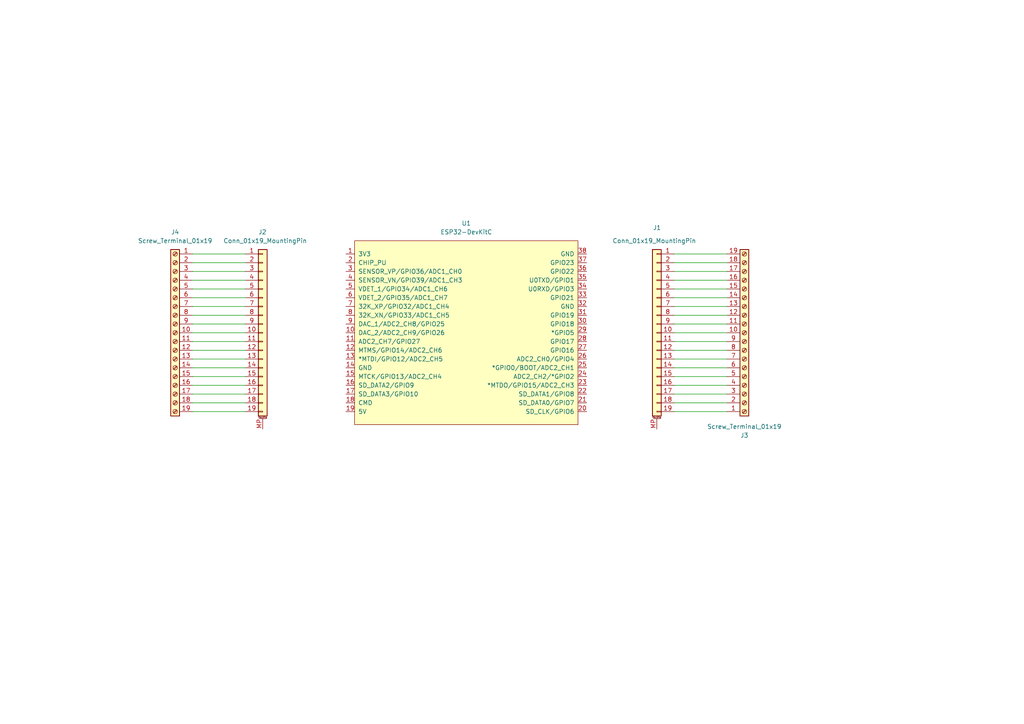
<source format=kicad_sch>
(kicad_sch (version 20211123) (generator eeschema)
  (paper "A4")
  (title_block (title "ESP screw terminal") (date "2022-05-05") (rev "-"))
  (lib_symbols
    (symbol "Connector:Screw_Terminal_01x19" (pin_names (offset 1.016) hide)
      (property "Reference" "J" (at 0 25.4 0))
      (property "Value" "Screw_Terminal_01x19" (at 0 -25.4 0))
      (symbol "Screw_Terminal_01x19_1_1"
        (rectangle (start -1.27 24.13) (end 1.27 -24.13) (stroke (width 0.254)) (fill (type background)))
        (circle (center 0 -22.86) (radius 0.635) (stroke (width 0.1524)))
        (circle (center 0 -20.32) (radius 0.635) (stroke (width 0.1524)))
        (circle (center 0 -17.78) (radius 0.635) (stroke (width 0.1524)))
        (circle (center 0 -15.24) (radius 0.635) (stroke (width 0.1524)))
        (circle (center 0 -12.7) (radius 0.635) (stroke (width 0.1524)))
        (circle (center 0 -10.16) (radius 0.635) (stroke (width 0.1524)))
        (circle (center 0 -7.62) (radius 0.635) (stroke (width 0.1524)))
        (circle (center 0 -5.08) (radius 0.635) (stroke (width 0.1524)))
        (circle (center 0 -2.54) (radius 0.635) (stroke (width 0.1524)))
        (polyline (pts (xy -0.5334 -22.5298) (xy 0.3302 -23.368)) (stroke (width 0.1524)))
        (polyline (pts (xy -0.5334 -19.9898) (xy 0.3302 -20.828)) (stroke (width 0.1524)))
        (polyline (pts (xy -0.5334 -17.4498) (xy 0.3302 -18.288)) (stroke (width 0.1524)))
        (polyline (pts (xy -0.5334 -14.9098) (xy 0.3302 -15.748)) (stroke (width 0.1524)))
        (polyline (pts (xy -0.5334 -12.3698) (xy 0.3302 -13.208)) (stroke (width 0.1524)))
        (polyline (pts (xy -0.5334 -9.8298) (xy 0.3302 -10.668)) (stroke (width 0.1524)))
        (polyline (pts (xy -0.5334 -7.2898) (xy 0.3302 -8.128)) (stroke (width 0.1524)))
        (polyline (pts (xy -0.5334 -4.7498) (xy 0.3302 -5.588)) (stroke (width 0.1524)))
        (polyline (pts (xy -0.5334 -2.2098) (xy 0.3302 -3.048)) (stroke (width 0.1524)))
        (polyline (pts (xy -0.5334 0.3302) (xy 0.3302 -0.508)) (stroke (width 0.1524)))
        (polyline (pts (xy -0.5334 2.8702) (xy 0.3302 2.032)) (stroke (width 0.1524)))
        (polyline (pts (xy -0.5334 5.4102) (xy 0.3302 4.572)) (stroke (width 0.1524)))
        (polyline (pts (xy -0.5334 7.9502) (xy 0.3302 7.112)) (stroke (width 0.1524)))
        (polyline (pts (xy -0.5334 10.4902) (xy 0.3302 9.652)) (stroke (width 0.1524)))
        (polyline (pts (xy -0.5334 13.0302) (xy 0.3302 12.192)) (stroke (width 0.1524)))
        (polyline (pts (xy -0.5334 15.5702) (xy 0.3302 14.732)) (stroke (width 0.1524)))
        (polyline (pts (xy -0.5334 18.1102) (xy 0.3302 17.272)) (stroke (width 0.1524)))
        (polyline (pts (xy -0.5334 20.6502) (xy 0.3302 19.812)) (stroke (width 0.1524)))
        (polyline (pts (xy -0.5334 23.1902) (xy 0.3302 22.352)) (stroke (width 0.1524)))
        (polyline (pts (xy -0.3556 -22.352) (xy 0.508 -23.1902)) (stroke (width 0.1524)))
        (polyline (pts (xy -0.3556 -19.812) (xy 0.508 -20.6502)) (stroke (width 0.1524)))
        (polyline (pts (xy -0.3556 -17.272) (xy 0.508 -18.1102)) (stroke (width 0.1524)))
        (polyline (pts (xy -0.3556 -14.732) (xy 0.508 -15.5702)) (stroke (width 0.1524)))
        (polyline (pts (xy -0.3556 -12.192) (xy 0.508 -13.0302)) (stroke (width 0.1524)))
        (polyline (pts (xy -0.3556 -9.652) (xy 0.508 -10.4902)) (stroke (width 0.1524)))
        (polyline (pts (xy -0.3556 -7.112) (xy 0.508 -7.9502)) (stroke (width 0.1524)))
        (polyline (pts (xy -0.3556 -4.572) (xy 0.508 -5.4102)) (stroke (width 0.1524)))
        (polyline (pts (xy -0.3556 -2.032) (xy 0.508 -2.8702)) (stroke (width 0.1524)))
        (polyline (pts (xy -0.3556 0.508) (xy 0.508 -0.3302)) (stroke (width 0.1524)))
        (polyline (pts (xy -0.3556 3.048) (xy 0.508 2.2098)) (stroke (width 0.1524)))
        (polyline (pts (xy -0.3556 5.588) (xy 0.508 4.7498)) (stroke (width 0.1524)))
        (polyline (pts (xy -0.3556 8.128) (xy 0.508 7.2898)) (stroke (width 0.1524)))
        (polyline (pts (xy -0.3556 10.668) (xy 0.508 9.8298)) (stroke (width 0.1524)))
        (polyline (pts (xy -0.3556 13.208) (xy 0.508 12.3698)) (stroke (width 0.1524)))
        (polyline (pts (xy -0.3556 15.748) (xy 0.508 14.9098)) (stroke (width 0.1524)))
        (polyline (pts (xy -0.3556 18.288) (xy 0.508 17.4498)) (stroke (width 0.1524)))
        (polyline (pts (xy -0.3556 20.828) (xy 0.508 19.9898)) (stroke (width 0.1524)))
        (polyline (pts (xy -0.3556 23.368) (xy 0.508 22.5298)) (stroke (width 0.1524)))
        (circle (center 0 0) (radius 0.635) (stroke (width 0.1524)))
        (circle (center 0 2.54) (radius 0.635) (stroke (width 0.1524)))
        (circle (center 0 5.08) (radius 0.635) (stroke (width 0.1524)))
        (circle (center 0 7.62) (radius 0.635) (stroke (width 0.1524)))
        (circle (center 0 10.16) (radius 0.635) (stroke (width 0.1524)))
        (circle (center 0 12.7) (radius 0.635) (stroke (width 0.1524)))
        (circle (center 0 15.24) (radius 0.635) (stroke (width 0.1524)))
        (circle (center 0 17.78) (radius 0.635) (stroke (width 0.1524)))
        (circle (center 0 20.32) (radius 0.635) (stroke (width 0.1524)))
        (circle (center 0 22.86) (radius 0.635) (stroke (width 0.1524)))
        (pin passive line (at -5.08 22.86 0) (length 3.81) (name "Pin_1") (number "1"))
        (pin passive line (at -5.08 0 0) (length 3.81) (name "Pin_10") (number "10"))
        (pin passive line (at -5.08 -2.54 0) (length 3.81) (name "Pin_11") (number "11"))
        (pin passive line (at -5.08 -5.08 0) (length 3.81) (name "Pin_12") (number "12"))
        (pin passive line (at -5.08 -7.62 0) (length 3.81) (name "Pin_13") (number "13"))
        (pin passive line (at -5.08 -10.16 0) (length 3.81) (name "Pin_14") (number "14"))
        (pin passive line (at -5.08 -12.7 0) (length 3.81) (name "Pin_15") (number "15"))
        (pin passive line (at -5.08 -15.24 0) (length 3.81) (name "Pin_16") (number "16"))
        (pin passive line (at -5.08 -17.78 0) (length 3.81) (name "Pin_17") (number "17"))
        (pin passive line (at -5.08 -20.32 0) (length 3.81) (name "Pin_18") (number "18"))
        (pin passive line (at -5.08 -22.86 0) (length 3.81) (name "Pin_19") (number "19"))
        (pin passive line (at -5.08 20.32 0) (length 3.81) (name "Pin_2") (number "2"))
        (pin passive line (at -5.08 17.78 0) (length 3.81) (name "Pin_3") (number "3"))
        (pin passive line (at -5.08 15.24 0) (length 3.81) (name "Pin_4") (number "4"))
        (pin passive line (at -5.08 12.7 0) (length 3.81) (name "Pin_5") (number "5"))
        (pin passive line (at -5.08 10.16 0) (length 3.81) (name "Pin_6") (number "6"))
        (pin passive line (at -5.08 7.62 0) (length 3.81) (name "Pin_7") (number "7"))
        (pin passive line (at -5.08 5.08 0) (length 3.81) (name "Pin_8") (number "8"))
        (pin passive line (at -5.08 2.54 0) (length 3.81) (name "Pin_9") (number "9"))
      )
    )
    (symbol "Connector_Generic_MountingPin:Conn_01x19_MountingPin" (pin_names (offset 1.016) hide)
      (property "Reference" "J" (at 0 25.4 0))
      (property "Value" "Conn_01x19_MountingPin" (at 1.27 -25.4 0))
      (symbol "Conn_01x19_MountingPin_1_1"
        (rectangle (start -1.27 -22.733) (end 0 -22.987) (stroke (width 0.1524)))
        (rectangle (start -1.27 -20.193) (end 0 -20.447) (stroke (width 0.1524)))
        (rectangle (start -1.27 -17.653) (end 0 -17.907) (stroke (width 0.1524)))
        (rectangle (start -1.27 -15.113) (end 0 -15.367) (stroke (width 0.1524)))
        (rectangle (start -1.27 -12.573) (end 0 -12.827) (stroke (width 0.1524)))
        (rectangle (start -1.27 -10.033) (end 0 -10.287) (stroke (width 0.1524)))
        (rectangle (start -1.27 -7.493) (end 0 -7.747) (stroke (width 0.1524)))
        (rectangle (start -1.27 -4.953) (end 0 -5.207) (stroke (width 0.1524)))
        (rectangle (start -1.27 -2.413) (end 0 -2.667) (stroke (width 0.1524)))
        (rectangle (start -1.27 0.127) (end 0 -0.127) (stroke (width 0.1524)))
        (rectangle (start -1.27 2.667) (end 0 2.413) (stroke (width 0.1524)))
        (rectangle (start -1.27 5.207) (end 0 4.953) (stroke (width 0.1524)))
        (rectangle (start -1.27 7.747) (end 0 7.493) (stroke (width 0.1524)))
        (rectangle (start -1.27 10.287) (end 0 10.033) (stroke (width 0.1524)))
        (rectangle (start -1.27 12.827) (end 0 12.573) (stroke (width 0.1524)))
        (rectangle (start -1.27 15.367) (end 0 15.113) (stroke (width 0.1524)))
        (rectangle (start -1.27 17.907) (end 0 17.653) (stroke (width 0.1524)))
        (rectangle (start -1.27 20.447) (end 0 20.193) (stroke (width 0.1524)))
        (rectangle (start -1.27 22.987) (end 0 22.733) (stroke (width 0.1524)))
        (rectangle (start -1.27 24.13) (end 1.27 -24.13) (stroke (width 0.254)) (fill (type background)))
        (polyline (pts (xy -1.016 -24.892) (xy 1.016 -24.892)) (stroke (width 0.1524)))
        (text "Mounting" (at 0 -24.511 0) (effects (font (size 0.381 0.381))))
        (pin passive line (at -5.08 22.86 0) (length 3.81) (name "Pin_1") (number "1"))
        (pin passive line (at -5.08 0 0) (length 3.81) (name "Pin_10") (number "10"))
        (pin passive line (at -5.08 -2.54 0) (length 3.81) (name "Pin_11") (number "11"))
        (pin passive line (at -5.08 -5.08 0) (length 3.81) (name "Pin_12") (number "12"))
        (pin passive line (at -5.08 -7.62 0) (length 3.81) (name "Pin_13") (number "13"))
        (pin passive line (at -5.08 -10.16 0) (length 3.81) (name "Pin_14") (number "14"))
        (pin passive line (at -5.08 -12.7 0) (length 3.81) (name "Pin_15") (number "15"))
        (pin passive line (at -5.08 -15.24 0) (length 3.81) (name "Pin_16") (number "16"))
        (pin passive line (at -5.08 -17.78 0) (length 3.81) (name "Pin_17") (number "17"))
        (pin passive line (at -5.08 -20.32 0) (length 3.81) (name "Pin_18") (number "18"))
        (pin passive line (at -5.08 -22.86 0) (length 3.81) (name "Pin_19") (number "19"))
        (pin passive line (at -5.08 20.32 0) (length 3.81) (name "Pin_2") (number "2"))
        (pin passive line (at -5.08 17.78 0) (length 3.81) (name "Pin_3") (number "3"))
        (pin passive line (at -5.08 15.24 0) (length 3.81) (name "Pin_4") (number "4"))
        (pin passive line (at -5.08 12.7 0) (length 3.81) (name "Pin_5") (number "5"))
        (pin passive line (at -5.08 10.16 0) (length 3.81) (name "Pin_6") (number "6"))
        (pin passive line (at -5.08 7.62 0) (length 3.81) (name "Pin_7") (number "7"))
        (pin passive line (at -5.08 5.08 0) (length 3.81) (name "Pin_8") (number "8"))
        (pin passive line (at -5.08 2.54 0) (length 3.81) (name "Pin_9") (number "9"))
        (pin passive line (at 0 -27.94 90) (length 3.048) (name "MountPin") (number "MP"))
      )
    )
    (symbol "Espressif_ESP32:ESP32-DevKitC" (pin_names (offset 1.016))
      (property "Reference" "U" (at -8.89 26.67 0))
      (property "Value" "ESP32-DevKitC" (at 0 -29.21 0))
      (symbol "ESP32-DevKitC_0_0"
        (pin power_in line (at -33.02 -11.43 0) (length 2.54) (name "GND") (number "14"))
        (pin power_in line (at -33.02 -24.13 0) (length 2.54) (name "5V") (number "19"))
      )
      (symbol "ESP32-DevKitC_0_1"
        (rectangle (start -30.48 25.4) (end 34.29 -27.94) (fill (type background)))
      )
      (symbol "ESP32-DevKitC_1_1"
        (pin power_in line (at -33.02 21.59 0) (length 2.54) (name "3V3") (number "1"))
        (pin bidirectional line (at -33.02 -1.27 0) (length 2.54) (name "DAC_2/ADC2_CH9/GPIO26") (number "10"))
        (pin bidirectional line (at -33.02 -3.81 0) (length 2.54) (name "ADC2_CH7/GPIO27") (number "11"))
        (pin bidirectional line (at -33.02 -6.35 0) (length 2.54) (name "MTMS/GPIO14/ADC2_CH6") (number "12"))
        (pin bidirectional line (at -33.02 -8.89 0) (length 2.54) (name "*MTDI/GPIO12/ADC2_CH5") (number "13"))
        (pin bidirectional line (at -33.02 -13.97 0) (length 2.54) (name "MTCK/GPIO13/ADC2_CH4") (number "15"))
        (pin bidirectional line (at -33.02 -16.51 0) (length 2.54) (name "SD_DATA2/GPIO9") (number "16"))
        (pin bidirectional line (at -33.02 -19.05 0) (length 2.54) (name "SD_DATA3/GPIO10") (number "17"))
        (pin bidirectional line (at -33.02 -21.59 0) (length 2.54) (name "CMD") (number "18"))
        (pin input line (at -33.02 19.05 0) (length 2.54) (name "CHIP_PU") (number "2"))
        (pin bidirectional line (at 36.83 -24.13 180) (length 2.54) (name "SD_CLK/GPIO6") (number "20"))
        (pin bidirectional line (at 36.83 -21.59 180) (length 2.54) (name "SD_DATA0/GPIO7") (number "21"))
        (pin bidirectional line (at 36.83 -19.05 180) (length 2.54) (name "SD_DATA1/GPIO8") (number "22"))
        (pin bidirectional line (at 36.83 -16.51 180) (length 2.54) (name "*MTDO/GPIO15/ADC2_CH3") (number "23"))
        (pin bidirectional line (at 36.83 -13.97 180) (length 2.54) (name "ADC2_CH2/*GPIO2") (number "24"))
        (pin bidirectional line (at 36.83 -11.43 180) (length 2.54) (name "*GPIO0/BOOT/ADC2_CH1") (number "25"))
        (pin bidirectional line (at 36.83 -8.89 180) (length 2.54) (name "ADC2_CH0/GPIO4") (number "26"))
        (pin bidirectional line (at 36.83 -6.35 180) (length 2.54) (name "GPIO16") (number "27"))
        (pin bidirectional line (at 36.83 -3.81 180) (length 2.54) (name "GPIO17") (number "28"))
        (pin bidirectional line (at 36.83 -1.27 180) (length 2.54) (name "*GPIO5") (number "29"))
        (pin input line (at -33.02 16.51 0) (length 2.54) (name "SENSOR_VP/GPIO36/ADC1_CH0") (number "3"))
        (pin bidirectional line (at 36.83 1.27 180) (length 2.54) (name "GPIO18") (number "30"))
        (pin bidirectional line (at 36.83 3.81 180) (length 2.54) (name "GPIO19") (number "31"))
        (pin power_in line (at 36.83 6.35 180) (length 2.54) (name "GND") (number "32"))
        (pin bidirectional line (at 36.83 8.89 180) (length 2.54) (name "GPIO21") (number "33"))
        (pin bidirectional line (at 36.83 11.43 180) (length 2.54) (name "U0RXD/GPIO3") (number "34"))
        (pin bidirectional line (at 36.83 13.97 180) (length 2.54) (name "U0TXD/GPIO1") (number "35"))
        (pin bidirectional line (at 36.83 16.51 180) (length 2.54) (name "GPIO22") (number "36"))
        (pin bidirectional line (at 36.83 19.05 180) (length 2.54) (name "GPIO23") (number "37"))
        (pin power_in line (at 36.83 21.59 180) (length 2.54) (name "GND") (number "38"))
        (pin input line (at -33.02 13.97 0) (length 2.54) (name "SENSOR_VN/GPIO39/ADC1_CH3") (number "4"))
        (pin input line (at -33.02 11.43 0) (length 2.54) (name "VDET_1/GPIO34/ADC1_CH6") (number "5"))
        (pin input line (at -33.02 8.89 0) (length 2.54) (name "VDET_2/GPIO35/ADC1_CH7") (number "6"))
        (pin bidirectional line (at -33.02 6.35 0) (length 2.54) (name "32K_XP/GPIO32/ADC1_CH4") (number "7"))
        (pin bidirectional line (at -33.02 3.81 0) (length 2.54) (name "32K_XN/GPIO33/ADC1_CH5") (number "8"))
        (pin bidirectional line (at -33.02 1.27 0) (length 2.54) (name "DAC_1/ADC2_CH8/GPIO25") (number "9"))
      )
    )
  )
  (wire (pts (xy 55.88 109.22) (xy 71.12 109.22)))
  (wire (pts (xy 195.58 96.52) (xy 210.82 96.52)))
  (wire (pts (xy 195.58 116.84) (xy 210.82 116.84)))
  (wire (pts (xy 55.88 88.9) (xy 71.12 88.9)))
  (wire (pts (xy 195.58 73.66) (xy 210.82 73.66)))
  (wire (pts (xy 55.88 86.36) (xy 71.12 86.36)))
  (wire (pts (xy 195.58 104.14) (xy 210.82 104.14)))
  (wire (pts (xy 195.58 91.44) (xy 210.82 91.44)))
  (wire (pts (xy 55.88 114.3) (xy 71.12 114.3)))
  (wire (pts (xy 195.58 111.76) (xy 210.82 111.76)))
  (wire (pts (xy 55.88 81.28) (xy 71.12 81.28)))
  (wire (pts (xy 55.88 93.98) (xy 71.12 93.98)))
  (wire (pts (xy 195.58 81.28) (xy 210.82 81.28)))
  (wire (pts (xy 55.88 96.52) (xy 71.12 96.52)))
  (wire (pts (xy 55.88 101.6) (xy 71.12 101.6)))
  (wire (pts (xy 55.88 116.84) (xy 71.12 116.84)))
  (wire (pts (xy 55.88 99.06) (xy 71.12 99.06)))
  (wire (pts (xy 195.58 93.98) (xy 210.82 93.98)))
  (wire (pts (xy 55.88 91.44) (xy 71.12 91.44)))
  (wire (pts (xy 195.58 83.82) (xy 210.82 83.82)))
  (wire (pts (xy 195.58 109.22) (xy 210.82 109.22)))
  (wire (pts (xy 195.58 88.9) (xy 210.82 88.9)))
  (wire (pts (xy 55.88 78.74) (xy 71.12 78.74)))
  (wire (pts (xy 195.58 99.06) (xy 210.82 99.06)))
  (wire (pts (xy 55.88 76.2) (xy 71.12 76.2)))
  (wire (pts (xy 195.58 119.38) (xy 210.82 119.38)))
  (wire (pts (xy 55.88 111.76) (xy 71.12 111.76)))
  (wire (pts (xy 195.58 86.36) (xy 210.82 86.36)))
  (wire (pts (xy 195.58 101.6) (xy 210.82 101.6)))
  (wire (pts (xy 55.88 119.38) (xy 71.12 119.38)))
  (wire (pts (xy 55.88 104.14) (xy 71.12 104.14)))
  (wire (pts (xy 55.88 83.82) (xy 71.12 83.82)))
  (wire (pts (xy 55.88 73.66) (xy 71.12 73.66)))
  (wire (pts (xy 195.58 78.74) (xy 210.82 78.74)))
  (wire (pts (xy 195.58 76.2) (xy 210.82 76.2)))
  (wire (pts (xy 195.58 114.3) (xy 210.82 114.3)))
  (wire (pts (xy 195.58 106.68) (xy 210.82 106.68)))
  (wire (pts (xy 55.88 106.68) (xy 71.12 106.68)))
  (symbol (lib_id "Espressif_ESP32:ESP32-DevKitC") (at 133.35 95.25 0) (unit 1)
    (property "Reference" "U1" (at 135.255 64.77 0))
    (property "Value" "ESP32-DevKitC" (at 135.255 67.31 0))
    (property "Footprint" "Espressif:ESP32-DevKitC" (effects hide))
    (property "Datasheet" "https://docs.espressif.com/projects/esp-idf/zh_CN/latest/esp32/hw-reference/esp32/get-started-devkitc.html" (effects hide))
  )
  (symbol (lib_id "Connector_Generic_MountingPin:Conn_01x19_MountingPin") (at 76.2 96.52 0) (unit 1)
    (property "Reference" "J2" (at 74.93 67.31 0) (effects (justify left)))
    (property "Value" "Conn_01x19_MountingPin" (at 64.77 69.85 0) (effects (justify left)))
    (property "Footprint" "Connector_PinSocket_2.54mm:PinSocket_1x19_P2.54mm_Vertical" (effects hide))
  )
  (symbol (lib_id "Connector:Screw_Terminal_01x19") (at 50.8 96.52 0) (mirror y) (unit 1)
    (property "Reference" "J4" (at 50.8 67.31 0))
    (property "Value" "Screw_Terminal_01x19" (at 50.8 69.85 0))
    (property "Footprint" "TerminalBlock_Phoenix:TerminalBlock_Phoenix_PT-1,5-20-3.5-H_1x20_P3.50mm_Horizontal" (effects hide))
  )
  (symbol (lib_id "Connector_Generic_MountingPin:Conn_01x19_MountingPin") (at 190.5 96.52 0) (mirror y) (unit 1)
    (property "Reference" "J1" (at 191.77 66.04 0) (effects (justify left)))
    (property "Value" "Conn_01x19_MountingPin" (at 201.93 69.85 0) (effects (justify left)))
    (property "Footprint" "Connector_PinSocket_2.54mm:PinSocket_1x19_P2.54mm_Vertical" (effects hide))
  )
  (symbol (lib_id "Connector:Screw_Terminal_01x19") (at 215.9 96.52 0) (mirror x) (unit 1)
    (property "Reference" "J3" (at 215.9 127 0) (effects (justify top)))
    (property "Value" "Screw_Terminal_01x19" (at 215.9 124.46 0) (effects (justify top)))
    (property "Footprint" "TerminalBlock_Phoenix:TerminalBlock_Phoenix_PT-1,5-20-3.5-H_1x20_P3.50mm_Horizontal" (effects hide))
  )
)
</source>
